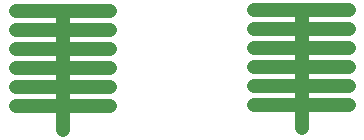
<source format=gbr>
%TF.GenerationSoftware,KiCad,Pcbnew,8.0.8*%
%TF.CreationDate,2025-07-26T16:54:30+12:00*%
%TF.ProjectId,esf1,65736631-2e6b-4696-9361-645f70636258,rev?*%
%TF.SameCoordinates,Original*%
%TF.FileFunction,Copper,L2,Inr*%
%TF.FilePolarity,Positive*%
%FSLAX46Y46*%
G04 Gerber Fmt 4.6, Leading zero omitted, Abs format (unit mm)*
G04 Created by KiCad (PCBNEW 8.0.8) date 2025-07-26 16:54:30*
%MOMM*%
%LPD*%
G01*
G04 APERTURE LIST*
%TA.AperFunction,Conductor*%
%ADD10C,1.200000*%
%TD*%
G04 APERTURE END LIST*
D10*
%TO.N,*%
X-14102400Y700000D02*
X-6102400Y700000D01*
X6097600Y2400000D02*
X14097600Y2400000D01*
X6097600Y800000D02*
X14097600Y800000D01*
X6097600Y4000000D02*
X14097600Y4000000D01*
X-14102400Y2300000D02*
X-6102400Y2300000D01*
X6097600Y-2400000D02*
X14097600Y-2400000D01*
X6097600Y-800000D02*
X14097600Y-800000D01*
X-14102400Y-4100000D02*
X-6102400Y-4100000D01*
X-14102400Y-900000D02*
X-6102400Y-900000D01*
X-10102400Y3900000D02*
X-10102400Y-6100000D01*
X10097600Y4000000D02*
X10097600Y-6000000D01*
X6097600Y-4000000D02*
X14097600Y-4000000D01*
X-14102400Y3900000D02*
X-6102400Y3900000D01*
X-14102400Y-2500000D02*
X-6102400Y-2500000D01*
%TD*%
M02*

</source>
